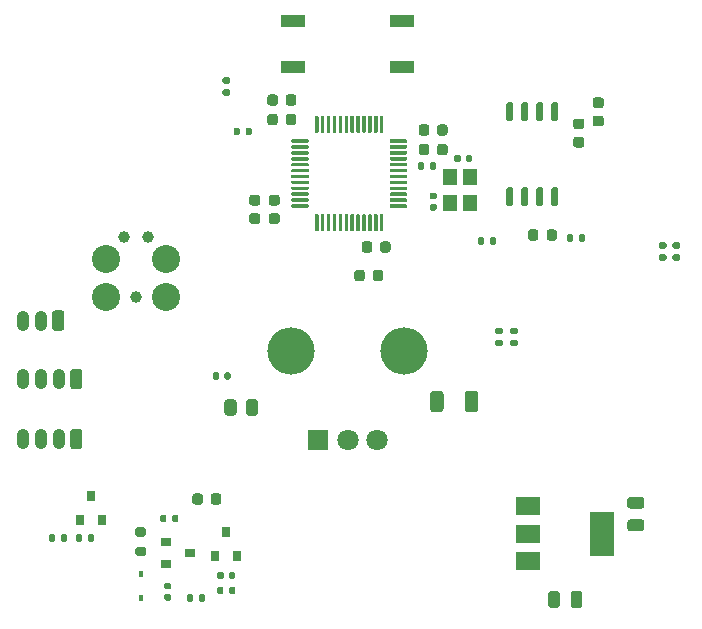
<source format=gbr>
%TF.GenerationSoftware,KiCad,Pcbnew,(5.1.9)-1*%
%TF.CreationDate,2024-04-03T16:53:24+03:00*%
%TF.ProjectId,jantteri_left,6a616e74-7465-4726-995f-6c6566742e6b,rev?*%
%TF.SameCoordinates,Original*%
%TF.FileFunction,Soldermask,Top*%
%TF.FilePolarity,Negative*%
%FSLAX46Y46*%
G04 Gerber Fmt 4.6, Leading zero omitted, Abs format (unit mm)*
G04 Created by KiCad (PCBNEW (5.1.9)-1) date 2024-04-03 16:53:24*
%MOMM*%
%LPD*%
G01*
G04 APERTURE LIST*
%ADD10R,2.000000X1.000000*%
%ADD11O,1.030000X1.730000*%
%ADD12C,2.374900*%
%ADD13C,0.990600*%
%ADD14R,2.000000X3.800000*%
%ADD15R,2.000000X1.500000*%
%ADD16R,1.200000X1.400000*%
%ADD17R,0.450000X0.600000*%
%ADD18R,0.800000X0.900000*%
%ADD19R,0.900000X0.800000*%
%ADD20O,4.000000X4.000000*%
%ADD21C,1.800000*%
%ADD22R,1.800000X1.800000*%
G04 APERTURE END LIST*
D10*
%TO.C,SW1*%
X165133999Y-40497386D03*
X155933999Y-40497386D03*
X155933999Y-44397386D03*
X165133999Y-44397386D03*
%TD*%
%TO.C,U2*%
G36*
G01*
X165557999Y-56088393D02*
X165557999Y-56238393D01*
G75*
G02*
X165482999Y-56313393I-75000J0D01*
G01*
X164157999Y-56313393D01*
G75*
G02*
X164082999Y-56238393I0J75000D01*
G01*
X164082999Y-56088393D01*
G75*
G02*
X164157999Y-56013393I75000J0D01*
G01*
X165482999Y-56013393D01*
G75*
G02*
X165557999Y-56088393I0J-75000D01*
G01*
G37*
G36*
G01*
X165557999Y-55588393D02*
X165557999Y-55738393D01*
G75*
G02*
X165482999Y-55813393I-75000J0D01*
G01*
X164157999Y-55813393D01*
G75*
G02*
X164082999Y-55738393I0J75000D01*
G01*
X164082999Y-55588393D01*
G75*
G02*
X164157999Y-55513393I75000J0D01*
G01*
X165482999Y-55513393D01*
G75*
G02*
X165557999Y-55588393I0J-75000D01*
G01*
G37*
G36*
G01*
X165557999Y-55088393D02*
X165557999Y-55238393D01*
G75*
G02*
X165482999Y-55313393I-75000J0D01*
G01*
X164157999Y-55313393D01*
G75*
G02*
X164082999Y-55238393I0J75000D01*
G01*
X164082999Y-55088393D01*
G75*
G02*
X164157999Y-55013393I75000J0D01*
G01*
X165482999Y-55013393D01*
G75*
G02*
X165557999Y-55088393I0J-75000D01*
G01*
G37*
G36*
G01*
X165557999Y-54588393D02*
X165557999Y-54738393D01*
G75*
G02*
X165482999Y-54813393I-75000J0D01*
G01*
X164157999Y-54813393D01*
G75*
G02*
X164082999Y-54738393I0J75000D01*
G01*
X164082999Y-54588393D01*
G75*
G02*
X164157999Y-54513393I75000J0D01*
G01*
X165482999Y-54513393D01*
G75*
G02*
X165557999Y-54588393I0J-75000D01*
G01*
G37*
G36*
G01*
X165557999Y-54088393D02*
X165557999Y-54238393D01*
G75*
G02*
X165482999Y-54313393I-75000J0D01*
G01*
X164157999Y-54313393D01*
G75*
G02*
X164082999Y-54238393I0J75000D01*
G01*
X164082999Y-54088393D01*
G75*
G02*
X164157999Y-54013393I75000J0D01*
G01*
X165482999Y-54013393D01*
G75*
G02*
X165557999Y-54088393I0J-75000D01*
G01*
G37*
G36*
G01*
X165557999Y-53588393D02*
X165557999Y-53738393D01*
G75*
G02*
X165482999Y-53813393I-75000J0D01*
G01*
X164157999Y-53813393D01*
G75*
G02*
X164082999Y-53738393I0J75000D01*
G01*
X164082999Y-53588393D01*
G75*
G02*
X164157999Y-53513393I75000J0D01*
G01*
X165482999Y-53513393D01*
G75*
G02*
X165557999Y-53588393I0J-75000D01*
G01*
G37*
G36*
G01*
X165557999Y-53088393D02*
X165557999Y-53238393D01*
G75*
G02*
X165482999Y-53313393I-75000J0D01*
G01*
X164157999Y-53313393D01*
G75*
G02*
X164082999Y-53238393I0J75000D01*
G01*
X164082999Y-53088393D01*
G75*
G02*
X164157999Y-53013393I75000J0D01*
G01*
X165482999Y-53013393D01*
G75*
G02*
X165557999Y-53088393I0J-75000D01*
G01*
G37*
G36*
G01*
X165557999Y-52588393D02*
X165557999Y-52738393D01*
G75*
G02*
X165482999Y-52813393I-75000J0D01*
G01*
X164157999Y-52813393D01*
G75*
G02*
X164082999Y-52738393I0J75000D01*
G01*
X164082999Y-52588393D01*
G75*
G02*
X164157999Y-52513393I75000J0D01*
G01*
X165482999Y-52513393D01*
G75*
G02*
X165557999Y-52588393I0J-75000D01*
G01*
G37*
G36*
G01*
X165557999Y-52088393D02*
X165557999Y-52238393D01*
G75*
G02*
X165482999Y-52313393I-75000J0D01*
G01*
X164157999Y-52313393D01*
G75*
G02*
X164082999Y-52238393I0J75000D01*
G01*
X164082999Y-52088393D01*
G75*
G02*
X164157999Y-52013393I75000J0D01*
G01*
X165482999Y-52013393D01*
G75*
G02*
X165557999Y-52088393I0J-75000D01*
G01*
G37*
G36*
G01*
X165557999Y-51588393D02*
X165557999Y-51738393D01*
G75*
G02*
X165482999Y-51813393I-75000J0D01*
G01*
X164157999Y-51813393D01*
G75*
G02*
X164082999Y-51738393I0J75000D01*
G01*
X164082999Y-51588393D01*
G75*
G02*
X164157999Y-51513393I75000J0D01*
G01*
X165482999Y-51513393D01*
G75*
G02*
X165557999Y-51588393I0J-75000D01*
G01*
G37*
G36*
G01*
X165557999Y-51088393D02*
X165557999Y-51238393D01*
G75*
G02*
X165482999Y-51313393I-75000J0D01*
G01*
X164157999Y-51313393D01*
G75*
G02*
X164082999Y-51238393I0J75000D01*
G01*
X164082999Y-51088393D01*
G75*
G02*
X164157999Y-51013393I75000J0D01*
G01*
X165482999Y-51013393D01*
G75*
G02*
X165557999Y-51088393I0J-75000D01*
G01*
G37*
G36*
G01*
X165557999Y-50588393D02*
X165557999Y-50738393D01*
G75*
G02*
X165482999Y-50813393I-75000J0D01*
G01*
X164157999Y-50813393D01*
G75*
G02*
X164082999Y-50738393I0J75000D01*
G01*
X164082999Y-50588393D01*
G75*
G02*
X164157999Y-50513393I75000J0D01*
G01*
X165482999Y-50513393D01*
G75*
G02*
X165557999Y-50588393I0J-75000D01*
G01*
G37*
G36*
G01*
X163557999Y-48588393D02*
X163557999Y-49913393D01*
G75*
G02*
X163482999Y-49988393I-75000J0D01*
G01*
X163332999Y-49988393D01*
G75*
G02*
X163257999Y-49913393I0J75000D01*
G01*
X163257999Y-48588393D01*
G75*
G02*
X163332999Y-48513393I75000J0D01*
G01*
X163482999Y-48513393D01*
G75*
G02*
X163557999Y-48588393I0J-75000D01*
G01*
G37*
G36*
G01*
X163057999Y-48588393D02*
X163057999Y-49913393D01*
G75*
G02*
X162982999Y-49988393I-75000J0D01*
G01*
X162832999Y-49988393D01*
G75*
G02*
X162757999Y-49913393I0J75000D01*
G01*
X162757999Y-48588393D01*
G75*
G02*
X162832999Y-48513393I75000J0D01*
G01*
X162982999Y-48513393D01*
G75*
G02*
X163057999Y-48588393I0J-75000D01*
G01*
G37*
G36*
G01*
X162557999Y-48588393D02*
X162557999Y-49913393D01*
G75*
G02*
X162482999Y-49988393I-75000J0D01*
G01*
X162332999Y-49988393D01*
G75*
G02*
X162257999Y-49913393I0J75000D01*
G01*
X162257999Y-48588393D01*
G75*
G02*
X162332999Y-48513393I75000J0D01*
G01*
X162482999Y-48513393D01*
G75*
G02*
X162557999Y-48588393I0J-75000D01*
G01*
G37*
G36*
G01*
X162057999Y-48588393D02*
X162057999Y-49913393D01*
G75*
G02*
X161982999Y-49988393I-75000J0D01*
G01*
X161832999Y-49988393D01*
G75*
G02*
X161757999Y-49913393I0J75000D01*
G01*
X161757999Y-48588393D01*
G75*
G02*
X161832999Y-48513393I75000J0D01*
G01*
X161982999Y-48513393D01*
G75*
G02*
X162057999Y-48588393I0J-75000D01*
G01*
G37*
G36*
G01*
X161557999Y-48588393D02*
X161557999Y-49913393D01*
G75*
G02*
X161482999Y-49988393I-75000J0D01*
G01*
X161332999Y-49988393D01*
G75*
G02*
X161257999Y-49913393I0J75000D01*
G01*
X161257999Y-48588393D01*
G75*
G02*
X161332999Y-48513393I75000J0D01*
G01*
X161482999Y-48513393D01*
G75*
G02*
X161557999Y-48588393I0J-75000D01*
G01*
G37*
G36*
G01*
X161057999Y-48588393D02*
X161057999Y-49913393D01*
G75*
G02*
X160982999Y-49988393I-75000J0D01*
G01*
X160832999Y-49988393D01*
G75*
G02*
X160757999Y-49913393I0J75000D01*
G01*
X160757999Y-48588393D01*
G75*
G02*
X160832999Y-48513393I75000J0D01*
G01*
X160982999Y-48513393D01*
G75*
G02*
X161057999Y-48588393I0J-75000D01*
G01*
G37*
G36*
G01*
X160557999Y-48588393D02*
X160557999Y-49913393D01*
G75*
G02*
X160482999Y-49988393I-75000J0D01*
G01*
X160332999Y-49988393D01*
G75*
G02*
X160257999Y-49913393I0J75000D01*
G01*
X160257999Y-48588393D01*
G75*
G02*
X160332999Y-48513393I75000J0D01*
G01*
X160482999Y-48513393D01*
G75*
G02*
X160557999Y-48588393I0J-75000D01*
G01*
G37*
G36*
G01*
X160057999Y-48588393D02*
X160057999Y-49913393D01*
G75*
G02*
X159982999Y-49988393I-75000J0D01*
G01*
X159832999Y-49988393D01*
G75*
G02*
X159757999Y-49913393I0J75000D01*
G01*
X159757999Y-48588393D01*
G75*
G02*
X159832999Y-48513393I75000J0D01*
G01*
X159982999Y-48513393D01*
G75*
G02*
X160057999Y-48588393I0J-75000D01*
G01*
G37*
G36*
G01*
X159557999Y-48588393D02*
X159557999Y-49913393D01*
G75*
G02*
X159482999Y-49988393I-75000J0D01*
G01*
X159332999Y-49988393D01*
G75*
G02*
X159257999Y-49913393I0J75000D01*
G01*
X159257999Y-48588393D01*
G75*
G02*
X159332999Y-48513393I75000J0D01*
G01*
X159482999Y-48513393D01*
G75*
G02*
X159557999Y-48588393I0J-75000D01*
G01*
G37*
G36*
G01*
X159057999Y-48588393D02*
X159057999Y-49913393D01*
G75*
G02*
X158982999Y-49988393I-75000J0D01*
G01*
X158832999Y-49988393D01*
G75*
G02*
X158757999Y-49913393I0J75000D01*
G01*
X158757999Y-48588393D01*
G75*
G02*
X158832999Y-48513393I75000J0D01*
G01*
X158982999Y-48513393D01*
G75*
G02*
X159057999Y-48588393I0J-75000D01*
G01*
G37*
G36*
G01*
X158557999Y-48588393D02*
X158557999Y-49913393D01*
G75*
G02*
X158482999Y-49988393I-75000J0D01*
G01*
X158332999Y-49988393D01*
G75*
G02*
X158257999Y-49913393I0J75000D01*
G01*
X158257999Y-48588393D01*
G75*
G02*
X158332999Y-48513393I75000J0D01*
G01*
X158482999Y-48513393D01*
G75*
G02*
X158557999Y-48588393I0J-75000D01*
G01*
G37*
G36*
G01*
X158057999Y-48588393D02*
X158057999Y-49913393D01*
G75*
G02*
X157982999Y-49988393I-75000J0D01*
G01*
X157832999Y-49988393D01*
G75*
G02*
X157757999Y-49913393I0J75000D01*
G01*
X157757999Y-48588393D01*
G75*
G02*
X157832999Y-48513393I75000J0D01*
G01*
X157982999Y-48513393D01*
G75*
G02*
X158057999Y-48588393I0J-75000D01*
G01*
G37*
G36*
G01*
X157232999Y-50588393D02*
X157232999Y-50738393D01*
G75*
G02*
X157157999Y-50813393I-75000J0D01*
G01*
X155832999Y-50813393D01*
G75*
G02*
X155757999Y-50738393I0J75000D01*
G01*
X155757999Y-50588393D01*
G75*
G02*
X155832999Y-50513393I75000J0D01*
G01*
X157157999Y-50513393D01*
G75*
G02*
X157232999Y-50588393I0J-75000D01*
G01*
G37*
G36*
G01*
X157232999Y-51088393D02*
X157232999Y-51238393D01*
G75*
G02*
X157157999Y-51313393I-75000J0D01*
G01*
X155832999Y-51313393D01*
G75*
G02*
X155757999Y-51238393I0J75000D01*
G01*
X155757999Y-51088393D01*
G75*
G02*
X155832999Y-51013393I75000J0D01*
G01*
X157157999Y-51013393D01*
G75*
G02*
X157232999Y-51088393I0J-75000D01*
G01*
G37*
G36*
G01*
X157232999Y-51588393D02*
X157232999Y-51738393D01*
G75*
G02*
X157157999Y-51813393I-75000J0D01*
G01*
X155832999Y-51813393D01*
G75*
G02*
X155757999Y-51738393I0J75000D01*
G01*
X155757999Y-51588393D01*
G75*
G02*
X155832999Y-51513393I75000J0D01*
G01*
X157157999Y-51513393D01*
G75*
G02*
X157232999Y-51588393I0J-75000D01*
G01*
G37*
G36*
G01*
X157232999Y-52088393D02*
X157232999Y-52238393D01*
G75*
G02*
X157157999Y-52313393I-75000J0D01*
G01*
X155832999Y-52313393D01*
G75*
G02*
X155757999Y-52238393I0J75000D01*
G01*
X155757999Y-52088393D01*
G75*
G02*
X155832999Y-52013393I75000J0D01*
G01*
X157157999Y-52013393D01*
G75*
G02*
X157232999Y-52088393I0J-75000D01*
G01*
G37*
G36*
G01*
X157232999Y-52588393D02*
X157232999Y-52738393D01*
G75*
G02*
X157157999Y-52813393I-75000J0D01*
G01*
X155832999Y-52813393D01*
G75*
G02*
X155757999Y-52738393I0J75000D01*
G01*
X155757999Y-52588393D01*
G75*
G02*
X155832999Y-52513393I75000J0D01*
G01*
X157157999Y-52513393D01*
G75*
G02*
X157232999Y-52588393I0J-75000D01*
G01*
G37*
G36*
G01*
X157232999Y-53088393D02*
X157232999Y-53238393D01*
G75*
G02*
X157157999Y-53313393I-75000J0D01*
G01*
X155832999Y-53313393D01*
G75*
G02*
X155757999Y-53238393I0J75000D01*
G01*
X155757999Y-53088393D01*
G75*
G02*
X155832999Y-53013393I75000J0D01*
G01*
X157157999Y-53013393D01*
G75*
G02*
X157232999Y-53088393I0J-75000D01*
G01*
G37*
G36*
G01*
X157232999Y-53588393D02*
X157232999Y-53738393D01*
G75*
G02*
X157157999Y-53813393I-75000J0D01*
G01*
X155832999Y-53813393D01*
G75*
G02*
X155757999Y-53738393I0J75000D01*
G01*
X155757999Y-53588393D01*
G75*
G02*
X155832999Y-53513393I75000J0D01*
G01*
X157157999Y-53513393D01*
G75*
G02*
X157232999Y-53588393I0J-75000D01*
G01*
G37*
G36*
G01*
X157232999Y-54088393D02*
X157232999Y-54238393D01*
G75*
G02*
X157157999Y-54313393I-75000J0D01*
G01*
X155832999Y-54313393D01*
G75*
G02*
X155757999Y-54238393I0J75000D01*
G01*
X155757999Y-54088393D01*
G75*
G02*
X155832999Y-54013393I75000J0D01*
G01*
X157157999Y-54013393D01*
G75*
G02*
X157232999Y-54088393I0J-75000D01*
G01*
G37*
G36*
G01*
X157232999Y-54588393D02*
X157232999Y-54738393D01*
G75*
G02*
X157157999Y-54813393I-75000J0D01*
G01*
X155832999Y-54813393D01*
G75*
G02*
X155757999Y-54738393I0J75000D01*
G01*
X155757999Y-54588393D01*
G75*
G02*
X155832999Y-54513393I75000J0D01*
G01*
X157157999Y-54513393D01*
G75*
G02*
X157232999Y-54588393I0J-75000D01*
G01*
G37*
G36*
G01*
X157232999Y-55088393D02*
X157232999Y-55238393D01*
G75*
G02*
X157157999Y-55313393I-75000J0D01*
G01*
X155832999Y-55313393D01*
G75*
G02*
X155757999Y-55238393I0J75000D01*
G01*
X155757999Y-55088393D01*
G75*
G02*
X155832999Y-55013393I75000J0D01*
G01*
X157157999Y-55013393D01*
G75*
G02*
X157232999Y-55088393I0J-75000D01*
G01*
G37*
G36*
G01*
X157232999Y-55588393D02*
X157232999Y-55738393D01*
G75*
G02*
X157157999Y-55813393I-75000J0D01*
G01*
X155832999Y-55813393D01*
G75*
G02*
X155757999Y-55738393I0J75000D01*
G01*
X155757999Y-55588393D01*
G75*
G02*
X155832999Y-55513393I75000J0D01*
G01*
X157157999Y-55513393D01*
G75*
G02*
X157232999Y-55588393I0J-75000D01*
G01*
G37*
G36*
G01*
X157232999Y-56088393D02*
X157232999Y-56238393D01*
G75*
G02*
X157157999Y-56313393I-75000J0D01*
G01*
X155832999Y-56313393D01*
G75*
G02*
X155757999Y-56238393I0J75000D01*
G01*
X155757999Y-56088393D01*
G75*
G02*
X155832999Y-56013393I75000J0D01*
G01*
X157157999Y-56013393D01*
G75*
G02*
X157232999Y-56088393I0J-75000D01*
G01*
G37*
G36*
G01*
X158057999Y-56913393D02*
X158057999Y-58238393D01*
G75*
G02*
X157982999Y-58313393I-75000J0D01*
G01*
X157832999Y-58313393D01*
G75*
G02*
X157757999Y-58238393I0J75000D01*
G01*
X157757999Y-56913393D01*
G75*
G02*
X157832999Y-56838393I75000J0D01*
G01*
X157982999Y-56838393D01*
G75*
G02*
X158057999Y-56913393I0J-75000D01*
G01*
G37*
G36*
G01*
X158557999Y-56913393D02*
X158557999Y-58238393D01*
G75*
G02*
X158482999Y-58313393I-75000J0D01*
G01*
X158332999Y-58313393D01*
G75*
G02*
X158257999Y-58238393I0J75000D01*
G01*
X158257999Y-56913393D01*
G75*
G02*
X158332999Y-56838393I75000J0D01*
G01*
X158482999Y-56838393D01*
G75*
G02*
X158557999Y-56913393I0J-75000D01*
G01*
G37*
G36*
G01*
X159057999Y-56913393D02*
X159057999Y-58238393D01*
G75*
G02*
X158982999Y-58313393I-75000J0D01*
G01*
X158832999Y-58313393D01*
G75*
G02*
X158757999Y-58238393I0J75000D01*
G01*
X158757999Y-56913393D01*
G75*
G02*
X158832999Y-56838393I75000J0D01*
G01*
X158982999Y-56838393D01*
G75*
G02*
X159057999Y-56913393I0J-75000D01*
G01*
G37*
G36*
G01*
X159557999Y-56913393D02*
X159557999Y-58238393D01*
G75*
G02*
X159482999Y-58313393I-75000J0D01*
G01*
X159332999Y-58313393D01*
G75*
G02*
X159257999Y-58238393I0J75000D01*
G01*
X159257999Y-56913393D01*
G75*
G02*
X159332999Y-56838393I75000J0D01*
G01*
X159482999Y-56838393D01*
G75*
G02*
X159557999Y-56913393I0J-75000D01*
G01*
G37*
G36*
G01*
X160057999Y-56913393D02*
X160057999Y-58238393D01*
G75*
G02*
X159982999Y-58313393I-75000J0D01*
G01*
X159832999Y-58313393D01*
G75*
G02*
X159757999Y-58238393I0J75000D01*
G01*
X159757999Y-56913393D01*
G75*
G02*
X159832999Y-56838393I75000J0D01*
G01*
X159982999Y-56838393D01*
G75*
G02*
X160057999Y-56913393I0J-75000D01*
G01*
G37*
G36*
G01*
X160557999Y-56913393D02*
X160557999Y-58238393D01*
G75*
G02*
X160482999Y-58313393I-75000J0D01*
G01*
X160332999Y-58313393D01*
G75*
G02*
X160257999Y-58238393I0J75000D01*
G01*
X160257999Y-56913393D01*
G75*
G02*
X160332999Y-56838393I75000J0D01*
G01*
X160482999Y-56838393D01*
G75*
G02*
X160557999Y-56913393I0J-75000D01*
G01*
G37*
G36*
G01*
X161057999Y-56913393D02*
X161057999Y-58238393D01*
G75*
G02*
X160982999Y-58313393I-75000J0D01*
G01*
X160832999Y-58313393D01*
G75*
G02*
X160757999Y-58238393I0J75000D01*
G01*
X160757999Y-56913393D01*
G75*
G02*
X160832999Y-56838393I75000J0D01*
G01*
X160982999Y-56838393D01*
G75*
G02*
X161057999Y-56913393I0J-75000D01*
G01*
G37*
G36*
G01*
X161557999Y-56913393D02*
X161557999Y-58238393D01*
G75*
G02*
X161482999Y-58313393I-75000J0D01*
G01*
X161332999Y-58313393D01*
G75*
G02*
X161257999Y-58238393I0J75000D01*
G01*
X161257999Y-56913393D01*
G75*
G02*
X161332999Y-56838393I75000J0D01*
G01*
X161482999Y-56838393D01*
G75*
G02*
X161557999Y-56913393I0J-75000D01*
G01*
G37*
G36*
G01*
X162057999Y-56913393D02*
X162057999Y-58238393D01*
G75*
G02*
X161982999Y-58313393I-75000J0D01*
G01*
X161832999Y-58313393D01*
G75*
G02*
X161757999Y-58238393I0J75000D01*
G01*
X161757999Y-56913393D01*
G75*
G02*
X161832999Y-56838393I75000J0D01*
G01*
X161982999Y-56838393D01*
G75*
G02*
X162057999Y-56913393I0J-75000D01*
G01*
G37*
G36*
G01*
X162557999Y-56913393D02*
X162557999Y-58238393D01*
G75*
G02*
X162482999Y-58313393I-75000J0D01*
G01*
X162332999Y-58313393D01*
G75*
G02*
X162257999Y-58238393I0J75000D01*
G01*
X162257999Y-56913393D01*
G75*
G02*
X162332999Y-56838393I75000J0D01*
G01*
X162482999Y-56838393D01*
G75*
G02*
X162557999Y-56913393I0J-75000D01*
G01*
G37*
G36*
G01*
X163057999Y-56913393D02*
X163057999Y-58238393D01*
G75*
G02*
X162982999Y-58313393I-75000J0D01*
G01*
X162832999Y-58313393D01*
G75*
G02*
X162757999Y-58238393I0J75000D01*
G01*
X162757999Y-56913393D01*
G75*
G02*
X162832999Y-56838393I75000J0D01*
G01*
X162982999Y-56838393D01*
G75*
G02*
X163057999Y-56913393I0J-75000D01*
G01*
G37*
G36*
G01*
X163557999Y-56913393D02*
X163557999Y-58238393D01*
G75*
G02*
X163482999Y-58313393I-75000J0D01*
G01*
X163332999Y-58313393D01*
G75*
G02*
X163257999Y-58238393I0J75000D01*
G01*
X163257999Y-56913393D01*
G75*
G02*
X163332999Y-56838393I75000J0D01*
G01*
X163482999Y-56838393D01*
G75*
G02*
X163557999Y-56913393I0J-75000D01*
G01*
G37*
%TD*%
%TO.C,C4*%
G36*
G01*
X171597999Y-72067392D02*
X171597999Y-73367394D01*
G75*
G02*
X171348000Y-73617393I-249999J0D01*
G01*
X170697998Y-73617393D01*
G75*
G02*
X170447999Y-73367394I0J249999D01*
G01*
X170447999Y-72067392D01*
G75*
G02*
X170697998Y-71817393I249999J0D01*
G01*
X171348000Y-71817393D01*
G75*
G02*
X171597999Y-72067392I0J-249999D01*
G01*
G37*
G36*
G01*
X168647999Y-72067392D02*
X168647999Y-73367394D01*
G75*
G02*
X168398000Y-73617393I-249999J0D01*
G01*
X167747998Y-73617393D01*
G75*
G02*
X167497999Y-73367394I0J249999D01*
G01*
X167497999Y-72067392D01*
G75*
G02*
X167747998Y-71817393I249999J0D01*
G01*
X168398000Y-71817393D01*
G75*
G02*
X168647999Y-72067392I0J-249999D01*
G01*
G37*
%TD*%
%TO.C,C5*%
G36*
G01*
X166544999Y-51631393D02*
X166544999Y-51131393D01*
G75*
G02*
X166769999Y-50906393I225000J0D01*
G01*
X167219999Y-50906393D01*
G75*
G02*
X167444999Y-51131393I0J-225000D01*
G01*
X167444999Y-51631393D01*
G75*
G02*
X167219999Y-51856393I-225000J0D01*
G01*
X166769999Y-51856393D01*
G75*
G02*
X166544999Y-51631393I0J225000D01*
G01*
G37*
G36*
G01*
X168094999Y-51631393D02*
X168094999Y-51131393D01*
G75*
G02*
X168319999Y-50906393I225000J0D01*
G01*
X168769999Y-50906393D01*
G75*
G02*
X168994999Y-51131393I0J-225000D01*
G01*
X168994999Y-51631393D01*
G75*
G02*
X168769999Y-51856393I-225000J0D01*
G01*
X168319999Y-51856393D01*
G75*
G02*
X168094999Y-51631393I0J225000D01*
G01*
G37*
%TD*%
%TO.C,C6*%
G36*
G01*
X166544999Y-49980393D02*
X166544999Y-49480393D01*
G75*
G02*
X166769999Y-49255393I225000J0D01*
G01*
X167219999Y-49255393D01*
G75*
G02*
X167444999Y-49480393I0J-225000D01*
G01*
X167444999Y-49980393D01*
G75*
G02*
X167219999Y-50205393I-225000J0D01*
G01*
X166769999Y-50205393D01*
G75*
G02*
X166544999Y-49980393I0J225000D01*
G01*
G37*
G36*
G01*
X168094999Y-49980393D02*
X168094999Y-49480393D01*
G75*
G02*
X168319999Y-49255393I225000J0D01*
G01*
X168769999Y-49255393D01*
G75*
G02*
X168994999Y-49480393I0J-225000D01*
G01*
X168994999Y-49980393D01*
G75*
G02*
X168769999Y-50205393I-225000J0D01*
G01*
X168319999Y-50205393D01*
G75*
G02*
X168094999Y-49980393I0J225000D01*
G01*
G37*
%TD*%
%TO.C,C7*%
G36*
G01*
X154617999Y-48591393D02*
X154617999Y-49091393D01*
G75*
G02*
X154392999Y-49316393I-225000J0D01*
G01*
X153942999Y-49316393D01*
G75*
G02*
X153717999Y-49091393I0J225000D01*
G01*
X153717999Y-48591393D01*
G75*
G02*
X153942999Y-48366393I225000J0D01*
G01*
X154392999Y-48366393D01*
G75*
G02*
X154617999Y-48591393I0J-225000D01*
G01*
G37*
G36*
G01*
X156167999Y-48591393D02*
X156167999Y-49091393D01*
G75*
G02*
X155942999Y-49316393I-225000J0D01*
G01*
X155492999Y-49316393D01*
G75*
G02*
X155267999Y-49091393I0J225000D01*
G01*
X155267999Y-48591393D01*
G75*
G02*
X155492999Y-48366393I225000J0D01*
G01*
X155942999Y-48366393D01*
G75*
G02*
X156167999Y-48591393I0J-225000D01*
G01*
G37*
%TD*%
%TO.C,C8*%
G36*
G01*
X156167999Y-46940393D02*
X156167999Y-47440393D01*
G75*
G02*
X155942999Y-47665393I-225000J0D01*
G01*
X155492999Y-47665393D01*
G75*
G02*
X155267999Y-47440393I0J225000D01*
G01*
X155267999Y-46940393D01*
G75*
G02*
X155492999Y-46715393I225000J0D01*
G01*
X155942999Y-46715393D01*
G75*
G02*
X156167999Y-46940393I0J-225000D01*
G01*
G37*
G36*
G01*
X154617999Y-46940393D02*
X154617999Y-47440393D01*
G75*
G02*
X154392999Y-47665393I-225000J0D01*
G01*
X153942999Y-47665393D01*
G75*
G02*
X153717999Y-47440393I0J225000D01*
G01*
X153717999Y-46940393D01*
G75*
G02*
X153942999Y-46715393I225000J0D01*
G01*
X154392999Y-46715393D01*
G75*
G02*
X154617999Y-46940393I0J-225000D01*
G01*
G37*
%TD*%
%TO.C,C9*%
G36*
G01*
X162618999Y-59386393D02*
X162618999Y-59886393D01*
G75*
G02*
X162393999Y-60111393I-225000J0D01*
G01*
X161943999Y-60111393D01*
G75*
G02*
X161718999Y-59886393I0J225000D01*
G01*
X161718999Y-59386393D01*
G75*
G02*
X161943999Y-59161393I225000J0D01*
G01*
X162393999Y-59161393D01*
G75*
G02*
X162618999Y-59386393I0J-225000D01*
G01*
G37*
G36*
G01*
X164168999Y-59386393D02*
X164168999Y-59886393D01*
G75*
G02*
X163943999Y-60111393I-225000J0D01*
G01*
X163493999Y-60111393D01*
G75*
G02*
X163268999Y-59886393I0J225000D01*
G01*
X163268999Y-59386393D01*
G75*
G02*
X163493999Y-59161393I225000J0D01*
G01*
X163943999Y-59161393D01*
G75*
G02*
X164168999Y-59386393I0J-225000D01*
G01*
G37*
%TD*%
%TO.C,C10*%
G36*
G01*
X163533999Y-61799393D02*
X163533999Y-62299393D01*
G75*
G02*
X163308999Y-62524393I-225000J0D01*
G01*
X162858999Y-62524393D01*
G75*
G02*
X162633999Y-62299393I0J225000D01*
G01*
X162633999Y-61799393D01*
G75*
G02*
X162858999Y-61574393I225000J0D01*
G01*
X163308999Y-61574393D01*
G75*
G02*
X163533999Y-61799393I0J-225000D01*
G01*
G37*
G36*
G01*
X161983999Y-61799393D02*
X161983999Y-62299393D01*
G75*
G02*
X161758999Y-62524393I-225000J0D01*
G01*
X161308999Y-62524393D01*
G75*
G02*
X161083999Y-62299393I0J225000D01*
G01*
X161083999Y-61799393D01*
G75*
G02*
X161308999Y-61574393I225000J0D01*
G01*
X161758999Y-61574393D01*
G75*
G02*
X161983999Y-61799393I0J-225000D01*
G01*
G37*
%TD*%
%TO.C,C11*%
G36*
G01*
X154557999Y-56123393D02*
X154057999Y-56123393D01*
G75*
G02*
X153832999Y-55898393I0J225000D01*
G01*
X153832999Y-55448393D01*
G75*
G02*
X154057999Y-55223393I225000J0D01*
G01*
X154557999Y-55223393D01*
G75*
G02*
X154782999Y-55448393I0J-225000D01*
G01*
X154782999Y-55898393D01*
G75*
G02*
X154557999Y-56123393I-225000J0D01*
G01*
G37*
G36*
G01*
X154557999Y-57673393D02*
X154057999Y-57673393D01*
G75*
G02*
X153832999Y-57448393I0J225000D01*
G01*
X153832999Y-56998393D01*
G75*
G02*
X154057999Y-56773393I225000J0D01*
G01*
X154557999Y-56773393D01*
G75*
G02*
X154782999Y-56998393I0J-225000D01*
G01*
X154782999Y-57448393D01*
G75*
G02*
X154557999Y-57673393I-225000J0D01*
G01*
G37*
%TD*%
%TO.C,C12*%
G36*
G01*
X152906999Y-56123393D02*
X152406999Y-56123393D01*
G75*
G02*
X152181999Y-55898393I0J225000D01*
G01*
X152181999Y-55448393D01*
G75*
G02*
X152406999Y-55223393I225000J0D01*
G01*
X152906999Y-55223393D01*
G75*
G02*
X153131999Y-55448393I0J-225000D01*
G01*
X153131999Y-55898393D01*
G75*
G02*
X152906999Y-56123393I-225000J0D01*
G01*
G37*
G36*
G01*
X152906999Y-57673393D02*
X152406999Y-57673393D01*
G75*
G02*
X152181999Y-57448393I0J225000D01*
G01*
X152181999Y-56998393D01*
G75*
G02*
X152406999Y-56773393I225000J0D01*
G01*
X152906999Y-56773393D01*
G75*
G02*
X153131999Y-56998393I0J-225000D01*
G01*
X153131999Y-57448393D01*
G75*
G02*
X152906999Y-57673393I-225000J0D01*
G01*
G37*
%TD*%
%TO.C,C13*%
G36*
G01*
X167599999Y-55038393D02*
X167939999Y-55038393D01*
G75*
G02*
X168079999Y-55178393I0J-140000D01*
G01*
X168079999Y-55458393D01*
G75*
G02*
X167939999Y-55598393I-140000J0D01*
G01*
X167599999Y-55598393D01*
G75*
G02*
X167459999Y-55458393I0J140000D01*
G01*
X167459999Y-55178393D01*
G75*
G02*
X167599999Y-55038393I140000J0D01*
G01*
G37*
G36*
G01*
X167599999Y-55998393D02*
X167939999Y-55998393D01*
G75*
G02*
X168079999Y-56138393I0J-140000D01*
G01*
X168079999Y-56418393D01*
G75*
G02*
X167939999Y-56558393I-140000J0D01*
G01*
X167599999Y-56558393D01*
G75*
G02*
X167459999Y-56418393I0J140000D01*
G01*
X167459999Y-56138393D01*
G75*
G02*
X167599999Y-55998393I140000J0D01*
G01*
G37*
%TD*%
%TO.C,C14*%
G36*
G01*
X169549999Y-52313393D02*
X169549999Y-51973393D01*
G75*
G02*
X169689999Y-51833393I140000J0D01*
G01*
X169969999Y-51833393D01*
G75*
G02*
X170109999Y-51973393I0J-140000D01*
G01*
X170109999Y-52313393D01*
G75*
G02*
X169969999Y-52453393I-140000J0D01*
G01*
X169689999Y-52453393D01*
G75*
G02*
X169549999Y-52313393I0J140000D01*
G01*
G37*
G36*
G01*
X170509999Y-52313393D02*
X170509999Y-51973393D01*
G75*
G02*
X170649999Y-51833393I140000J0D01*
G01*
X170929999Y-51833393D01*
G75*
G02*
X171069999Y-51973393I0J-140000D01*
G01*
X171069999Y-52313393D01*
G75*
G02*
X170929999Y-52453393I-140000J0D01*
G01*
X170649999Y-52453393D01*
G75*
G02*
X170509999Y-52313393I0J140000D01*
G01*
G37*
%TD*%
%TO.C,C1*%
G36*
G01*
X177495999Y-89956393D02*
X177495999Y-89006393D01*
G75*
G02*
X177745999Y-88756393I250000J0D01*
G01*
X178245999Y-88756393D01*
G75*
G02*
X178495999Y-89006393I0J-250000D01*
G01*
X178495999Y-89956393D01*
G75*
G02*
X178245999Y-90206393I-250000J0D01*
G01*
X177745999Y-90206393D01*
G75*
G02*
X177495999Y-89956393I0J250000D01*
G01*
G37*
G36*
G01*
X179395999Y-89956393D02*
X179395999Y-89006393D01*
G75*
G02*
X179645999Y-88756393I250000J0D01*
G01*
X180145999Y-88756393D01*
G75*
G02*
X180395999Y-89006393I0J-250000D01*
G01*
X180395999Y-89956393D01*
G75*
G02*
X180145999Y-90206393I-250000J0D01*
G01*
X179645999Y-90206393D01*
G75*
G02*
X179395999Y-89956393I0J250000D01*
G01*
G37*
%TD*%
%TO.C,C2*%
G36*
G01*
X184439999Y-80792393D02*
X185389999Y-80792393D01*
G75*
G02*
X185639999Y-81042393I0J-250000D01*
G01*
X185639999Y-81542393D01*
G75*
G02*
X185389999Y-81792393I-250000J0D01*
G01*
X184439999Y-81792393D01*
G75*
G02*
X184189999Y-81542393I0J250000D01*
G01*
X184189999Y-81042393D01*
G75*
G02*
X184439999Y-80792393I250000J0D01*
G01*
G37*
G36*
G01*
X184439999Y-82692393D02*
X185389999Y-82692393D01*
G75*
G02*
X185639999Y-82942393I0J-250000D01*
G01*
X185639999Y-83442393D01*
G75*
G02*
X185389999Y-83692393I-250000J0D01*
G01*
X184439999Y-83692393D01*
G75*
G02*
X184189999Y-83442393I0J250000D01*
G01*
X184189999Y-82942393D01*
G75*
G02*
X184439999Y-82692393I250000J0D01*
G01*
G37*
%TD*%
%TO.C,D1*%
G36*
G01*
X178240499Y-58364143D02*
X178240499Y-58876643D01*
G75*
G02*
X178021749Y-59095393I-218750J0D01*
G01*
X177584249Y-59095393D01*
G75*
G02*
X177365499Y-58876643I0J218750D01*
G01*
X177365499Y-58364143D01*
G75*
G02*
X177584249Y-58145393I218750J0D01*
G01*
X178021749Y-58145393D01*
G75*
G02*
X178240499Y-58364143I0J-218750D01*
G01*
G37*
G36*
G01*
X176665499Y-58364143D02*
X176665499Y-58876643D01*
G75*
G02*
X176446749Y-59095393I-218750J0D01*
G01*
X176009249Y-59095393D01*
G75*
G02*
X175790499Y-58876643I0J218750D01*
G01*
X175790499Y-58364143D01*
G75*
G02*
X176009249Y-58145393I218750J0D01*
G01*
X176446749Y-58145393D01*
G75*
G02*
X176665499Y-58364143I0J-218750D01*
G01*
G37*
%TD*%
%TO.C,J5*%
G36*
G01*
X138058999Y-75277392D02*
X138058999Y-76507394D01*
G75*
G02*
X137809000Y-76757393I-249999J0D01*
G01*
X137278998Y-76757393D01*
G75*
G02*
X137028999Y-76507394I0J249999D01*
G01*
X137028999Y-75277392D01*
G75*
G02*
X137278998Y-75027393I249999J0D01*
G01*
X137809000Y-75027393D01*
G75*
G02*
X138058999Y-75277392I0J-249999D01*
G01*
G37*
D11*
X136043999Y-75892393D03*
X134543999Y-75892393D03*
X133043999Y-75892393D03*
%TD*%
%TO.C,J4*%
X133043999Y-70812393D03*
X134543999Y-70812393D03*
X136043999Y-70812393D03*
G36*
G01*
X138058999Y-70197392D02*
X138058999Y-71427394D01*
G75*
G02*
X137809000Y-71677393I-249999J0D01*
G01*
X137278998Y-71677393D01*
G75*
G02*
X137028999Y-71427394I0J249999D01*
G01*
X137028999Y-70197392D01*
G75*
G02*
X137278998Y-69947393I249999J0D01*
G01*
X137809000Y-69947393D01*
G75*
G02*
X138058999Y-70197392I0J-249999D01*
G01*
G37*
%TD*%
D12*
%TO.C,J3*%
X140083999Y-63827393D03*
X145163999Y-63827393D03*
X145163999Y-60652393D03*
X140083999Y-60652393D03*
D13*
X143639999Y-58747393D03*
X141607999Y-58747393D03*
X142623999Y-63827393D03*
%TD*%
%TO.C,R6*%
G36*
G01*
X167501999Y-52963393D02*
X167501999Y-52593393D01*
G75*
G02*
X167636999Y-52458393I135000J0D01*
G01*
X167906999Y-52458393D01*
G75*
G02*
X168041999Y-52593393I0J-135000D01*
G01*
X168041999Y-52963393D01*
G75*
G02*
X167906999Y-53098393I-135000J0D01*
G01*
X167636999Y-53098393D01*
G75*
G02*
X167501999Y-52963393I0J135000D01*
G01*
G37*
G36*
G01*
X166481999Y-52963393D02*
X166481999Y-52593393D01*
G75*
G02*
X166616999Y-52458393I135000J0D01*
G01*
X166886999Y-52458393D01*
G75*
G02*
X167021999Y-52593393I0J-135000D01*
G01*
X167021999Y-52963393D01*
G75*
G02*
X166886999Y-53098393I-135000J0D01*
G01*
X166616999Y-53098393D01*
G75*
G02*
X166481999Y-52963393I0J135000D01*
G01*
G37*
%TD*%
%TO.C,R7*%
G36*
G01*
X179594999Y-58689393D02*
X179594999Y-59059393D01*
G75*
G02*
X179459999Y-59194393I-135000J0D01*
G01*
X179189999Y-59194393D01*
G75*
G02*
X179054999Y-59059393I0J135000D01*
G01*
X179054999Y-58689393D01*
G75*
G02*
X179189999Y-58554393I135000J0D01*
G01*
X179459999Y-58554393D01*
G75*
G02*
X179594999Y-58689393I0J-135000D01*
G01*
G37*
G36*
G01*
X180614999Y-58689393D02*
X180614999Y-59059393D01*
G75*
G02*
X180479999Y-59194393I-135000J0D01*
G01*
X180209999Y-59194393D01*
G75*
G02*
X180074999Y-59059393I0J135000D01*
G01*
X180074999Y-58689393D01*
G75*
G02*
X180209999Y-58554393I135000J0D01*
G01*
X180479999Y-58554393D01*
G75*
G02*
X180614999Y-58689393I0J-135000D01*
G01*
G37*
%TD*%
%TO.C,R8*%
G36*
G01*
X172579999Y-59313393D02*
X172579999Y-58943393D01*
G75*
G02*
X172714999Y-58808393I135000J0D01*
G01*
X172984999Y-58808393D01*
G75*
G02*
X173119999Y-58943393I0J-135000D01*
G01*
X173119999Y-59313393D01*
G75*
G02*
X172984999Y-59448393I-135000J0D01*
G01*
X172714999Y-59448393D01*
G75*
G02*
X172579999Y-59313393I0J135000D01*
G01*
G37*
G36*
G01*
X171559999Y-59313393D02*
X171559999Y-58943393D01*
G75*
G02*
X171694999Y-58808393I135000J0D01*
G01*
X171964999Y-58808393D01*
G75*
G02*
X172099999Y-58943393I0J-135000D01*
G01*
X172099999Y-59313393D01*
G75*
G02*
X171964999Y-59448393I-135000J0D01*
G01*
X171694999Y-59448393D01*
G75*
G02*
X171559999Y-59313393I0J135000D01*
G01*
G37*
%TD*%
%TO.C,R9*%
G36*
G01*
X150428999Y-46825393D02*
X150058999Y-46825393D01*
G75*
G02*
X149923999Y-46690393I0J135000D01*
G01*
X149923999Y-46420393D01*
G75*
G02*
X150058999Y-46285393I135000J0D01*
G01*
X150428999Y-46285393D01*
G75*
G02*
X150563999Y-46420393I0J-135000D01*
G01*
X150563999Y-46690393D01*
G75*
G02*
X150428999Y-46825393I-135000J0D01*
G01*
G37*
G36*
G01*
X150428999Y-45805393D02*
X150058999Y-45805393D01*
G75*
G02*
X149923999Y-45670393I0J135000D01*
G01*
X149923999Y-45400393D01*
G75*
G02*
X150058999Y-45265393I135000J0D01*
G01*
X150428999Y-45265393D01*
G75*
G02*
X150563999Y-45400393I0J-135000D01*
G01*
X150563999Y-45670393D01*
G75*
G02*
X150428999Y-45805393I-135000J0D01*
G01*
G37*
%TD*%
%TO.C,R5*%
G36*
G01*
X150088999Y-73675394D02*
X150088999Y-72775392D01*
G75*
G02*
X150338998Y-72525393I249999J0D01*
G01*
X150864000Y-72525393D01*
G75*
G02*
X151113999Y-72775392I0J-249999D01*
G01*
X151113999Y-73675394D01*
G75*
G02*
X150864000Y-73925393I-249999J0D01*
G01*
X150338998Y-73925393D01*
G75*
G02*
X150088999Y-73675394I0J249999D01*
G01*
G37*
G36*
G01*
X151913999Y-73675394D02*
X151913999Y-72775392D01*
G75*
G02*
X152163998Y-72525393I249999J0D01*
G01*
X152689000Y-72525393D01*
G75*
G02*
X152938999Y-72775392I0J-249999D01*
G01*
X152938999Y-73675394D01*
G75*
G02*
X152689000Y-73925393I-249999J0D01*
G01*
X152163998Y-73925393D01*
G75*
G02*
X151913999Y-73675394I0J249999D01*
G01*
G37*
%TD*%
D14*
%TO.C,U1*%
X182095999Y-83893393D03*
D15*
X175795999Y-83893393D03*
X175795999Y-86193393D03*
X175795999Y-81593393D03*
%TD*%
D16*
%TO.C,Y1*%
X170905999Y-55910393D03*
X170905999Y-53710393D03*
X169205999Y-53710393D03*
X169205999Y-55910393D03*
%TD*%
%TO.C,C3*%
G36*
G01*
X150622999Y-70388393D02*
X150622999Y-70728393D01*
G75*
G02*
X150482999Y-70868393I-140000J0D01*
G01*
X150202999Y-70868393D01*
G75*
G02*
X150062999Y-70728393I0J140000D01*
G01*
X150062999Y-70388393D01*
G75*
G02*
X150202999Y-70248393I140000J0D01*
G01*
X150482999Y-70248393D01*
G75*
G02*
X150622999Y-70388393I0J-140000D01*
G01*
G37*
G36*
G01*
X149662999Y-70388393D02*
X149662999Y-70728393D01*
G75*
G02*
X149522999Y-70868393I-140000J0D01*
G01*
X149242999Y-70868393D01*
G75*
G02*
X149102999Y-70728393I0J140000D01*
G01*
X149102999Y-70388393D01*
G75*
G02*
X149242999Y-70248393I140000J0D01*
G01*
X149522999Y-70248393D01*
G75*
G02*
X149662999Y-70388393I0J-140000D01*
G01*
G37*
%TD*%
%TO.C,C17*%
G36*
G01*
X150043999Y-87279393D02*
X150043999Y-87619393D01*
G75*
G02*
X149903999Y-87759393I-140000J0D01*
G01*
X149623999Y-87759393D01*
G75*
G02*
X149483999Y-87619393I0J140000D01*
G01*
X149483999Y-87279393D01*
G75*
G02*
X149623999Y-87139393I140000J0D01*
G01*
X149903999Y-87139393D01*
G75*
G02*
X150043999Y-87279393I0J-140000D01*
G01*
G37*
G36*
G01*
X151003999Y-87279393D02*
X151003999Y-87619393D01*
G75*
G02*
X150863999Y-87759393I-140000J0D01*
G01*
X150583999Y-87759393D01*
G75*
G02*
X150443999Y-87619393I0J140000D01*
G01*
X150443999Y-87279393D01*
G75*
G02*
X150583999Y-87139393I140000J0D01*
G01*
X150863999Y-87139393D01*
G75*
G02*
X151003999Y-87279393I0J-140000D01*
G01*
G37*
%TD*%
%TO.C,C18*%
G36*
G01*
X145460999Y-89578393D02*
X145120999Y-89578393D01*
G75*
G02*
X144980999Y-89438393I0J140000D01*
G01*
X144980999Y-89158393D01*
G75*
G02*
X145120999Y-89018393I140000J0D01*
G01*
X145460999Y-89018393D01*
G75*
G02*
X145600999Y-89158393I0J-140000D01*
G01*
X145600999Y-89438393D01*
G75*
G02*
X145460999Y-89578393I-140000J0D01*
G01*
G37*
G36*
G01*
X145460999Y-88618393D02*
X145120999Y-88618393D01*
G75*
G02*
X144980999Y-88478393I0J140000D01*
G01*
X144980999Y-88198393D01*
G75*
G02*
X145120999Y-88058393I140000J0D01*
G01*
X145460999Y-88058393D01*
G75*
G02*
X145600999Y-88198393I0J-140000D01*
G01*
X145600999Y-88478393D01*
G75*
G02*
X145460999Y-88618393I-140000J0D01*
G01*
G37*
%TD*%
%TO.C,C19*%
G36*
G01*
X149817999Y-80722393D02*
X149817999Y-81222393D01*
G75*
G02*
X149592999Y-81447393I-225000J0D01*
G01*
X149142999Y-81447393D01*
G75*
G02*
X148917999Y-81222393I0J225000D01*
G01*
X148917999Y-80722393D01*
G75*
G02*
X149142999Y-80497393I225000J0D01*
G01*
X149592999Y-80497393D01*
G75*
G02*
X149817999Y-80722393I0J-225000D01*
G01*
G37*
G36*
G01*
X148267999Y-80722393D02*
X148267999Y-81222393D01*
G75*
G02*
X148042999Y-81447393I-225000J0D01*
G01*
X147592999Y-81447393D01*
G75*
G02*
X147367999Y-81222393I0J225000D01*
G01*
X147367999Y-80722393D01*
G75*
G02*
X147592999Y-80497393I225000J0D01*
G01*
X148042999Y-80497393D01*
G75*
G02*
X148267999Y-80722393I0J-225000D01*
G01*
G37*
%TD*%
D17*
%TO.C,D3*%
X143004999Y-89388393D03*
X143004999Y-87288393D03*
%TD*%
%TO.C,J2*%
G36*
G01*
X136534999Y-65244392D02*
X136534999Y-66474394D01*
G75*
G02*
X136285000Y-66724393I-249999J0D01*
G01*
X135754998Y-66724393D01*
G75*
G02*
X135504999Y-66474394I0J249999D01*
G01*
X135504999Y-65244392D01*
G75*
G02*
X135754998Y-64994393I249999J0D01*
G01*
X136285000Y-64994393D01*
G75*
G02*
X136534999Y-65244392I0J-249999D01*
G01*
G37*
D11*
X134519999Y-65859393D03*
X133019999Y-65859393D03*
%TD*%
D18*
%TO.C,Q1*%
X137863999Y-82734393D03*
X139763999Y-82734393D03*
X138813999Y-80734393D03*
%TD*%
%TO.C,Q2*%
X149293999Y-85782393D03*
X151193999Y-85782393D03*
X150243999Y-83782393D03*
%TD*%
D19*
%TO.C,Q3*%
X147179999Y-85544393D03*
X145179999Y-86494393D03*
X145179999Y-84594393D03*
%TD*%
%TO.C,R1*%
G36*
G01*
X137525999Y-84459393D02*
X137525999Y-84089393D01*
G75*
G02*
X137660999Y-83954393I135000J0D01*
G01*
X137930999Y-83954393D01*
G75*
G02*
X138065999Y-84089393I0J-135000D01*
G01*
X138065999Y-84459393D01*
G75*
G02*
X137930999Y-84594393I-135000J0D01*
G01*
X137660999Y-84594393D01*
G75*
G02*
X137525999Y-84459393I0J135000D01*
G01*
G37*
G36*
G01*
X138545999Y-84459393D02*
X138545999Y-84089393D01*
G75*
G02*
X138680999Y-83954393I135000J0D01*
G01*
X138950999Y-83954393D01*
G75*
G02*
X139085999Y-84089393I0J-135000D01*
G01*
X139085999Y-84459393D01*
G75*
G02*
X138950999Y-84594393I-135000J0D01*
G01*
X138680999Y-84594393D01*
G75*
G02*
X138545999Y-84459393I0J135000D01*
G01*
G37*
%TD*%
%TO.C,R2*%
G36*
G01*
X136259999Y-84459393D02*
X136259999Y-84089393D01*
G75*
G02*
X136394999Y-83954393I135000J0D01*
G01*
X136664999Y-83954393D01*
G75*
G02*
X136799999Y-84089393I0J-135000D01*
G01*
X136799999Y-84459393D01*
G75*
G02*
X136664999Y-84594393I-135000J0D01*
G01*
X136394999Y-84594393D01*
G75*
G02*
X136259999Y-84459393I0J135000D01*
G01*
G37*
G36*
G01*
X135239999Y-84459393D02*
X135239999Y-84089393D01*
G75*
G02*
X135374999Y-83954393I135000J0D01*
G01*
X135644999Y-83954393D01*
G75*
G02*
X135779999Y-84089393I0J-135000D01*
G01*
X135779999Y-84459393D01*
G75*
G02*
X135644999Y-84594393I-135000J0D01*
G01*
X135374999Y-84594393D01*
G75*
G02*
X135239999Y-84459393I0J135000D01*
G01*
G37*
%TD*%
%TO.C,R3*%
G36*
G01*
X188158999Y-59237393D02*
X188528999Y-59237393D01*
G75*
G02*
X188663999Y-59372393I0J-135000D01*
G01*
X188663999Y-59642393D01*
G75*
G02*
X188528999Y-59777393I-135000J0D01*
G01*
X188158999Y-59777393D01*
G75*
G02*
X188023999Y-59642393I0J135000D01*
G01*
X188023999Y-59372393D01*
G75*
G02*
X188158999Y-59237393I135000J0D01*
G01*
G37*
G36*
G01*
X188158999Y-60257393D02*
X188528999Y-60257393D01*
G75*
G02*
X188663999Y-60392393I0J-135000D01*
G01*
X188663999Y-60662393D01*
G75*
G02*
X188528999Y-60797393I-135000J0D01*
G01*
X188158999Y-60797393D01*
G75*
G02*
X188023999Y-60662393I0J135000D01*
G01*
X188023999Y-60392393D01*
G75*
G02*
X188158999Y-60257393I135000J0D01*
G01*
G37*
%TD*%
%TO.C,R4*%
G36*
G01*
X187385999Y-59777393D02*
X187015999Y-59777393D01*
G75*
G02*
X186880999Y-59642393I0J135000D01*
G01*
X186880999Y-59372393D01*
G75*
G02*
X187015999Y-59237393I135000J0D01*
G01*
X187385999Y-59237393D01*
G75*
G02*
X187520999Y-59372393I0J-135000D01*
G01*
X187520999Y-59642393D01*
G75*
G02*
X187385999Y-59777393I-135000J0D01*
G01*
G37*
G36*
G01*
X187385999Y-60797393D02*
X187015999Y-60797393D01*
G75*
G02*
X186880999Y-60662393I0J135000D01*
G01*
X186880999Y-60392393D01*
G75*
G02*
X187015999Y-60257393I135000J0D01*
G01*
X187385999Y-60257393D01*
G75*
G02*
X187520999Y-60392393I0J-135000D01*
G01*
X187520999Y-60662393D01*
G75*
G02*
X187385999Y-60797393I-135000J0D01*
G01*
G37*
%TD*%
%TO.C,R10*%
G36*
G01*
X150483999Y-88904393D02*
X150483999Y-88534393D01*
G75*
G02*
X150618999Y-88399393I135000J0D01*
G01*
X150888999Y-88399393D01*
G75*
G02*
X151023999Y-88534393I0J-135000D01*
G01*
X151023999Y-88904393D01*
G75*
G02*
X150888999Y-89039393I-135000J0D01*
G01*
X150618999Y-89039393D01*
G75*
G02*
X150483999Y-88904393I0J135000D01*
G01*
G37*
G36*
G01*
X149463999Y-88904393D02*
X149463999Y-88534393D01*
G75*
G02*
X149598999Y-88399393I135000J0D01*
G01*
X149868999Y-88399393D01*
G75*
G02*
X150003999Y-88534393I0J-135000D01*
G01*
X150003999Y-88904393D01*
G75*
G02*
X149868999Y-89039393I-135000J0D01*
G01*
X149598999Y-89039393D01*
G75*
G02*
X149463999Y-88904393I0J135000D01*
G01*
G37*
%TD*%
%TO.C,R11*%
G36*
G01*
X146923999Y-89539393D02*
X146923999Y-89169393D01*
G75*
G02*
X147058999Y-89034393I135000J0D01*
G01*
X147328999Y-89034393D01*
G75*
G02*
X147463999Y-89169393I0J-135000D01*
G01*
X147463999Y-89539393D01*
G75*
G02*
X147328999Y-89674393I-135000J0D01*
G01*
X147058999Y-89674393D01*
G75*
G02*
X146923999Y-89539393I0J135000D01*
G01*
G37*
G36*
G01*
X147943999Y-89539393D02*
X147943999Y-89169393D01*
G75*
G02*
X148078999Y-89034393I135000J0D01*
G01*
X148348999Y-89034393D01*
G75*
G02*
X148483999Y-89169393I0J-135000D01*
G01*
X148483999Y-89539393D01*
G75*
G02*
X148348999Y-89674393I-135000J0D01*
G01*
X148078999Y-89674393D01*
G75*
G02*
X147943999Y-89539393I0J135000D01*
G01*
G37*
%TD*%
%TO.C,R12*%
G36*
G01*
X144637999Y-82808393D02*
X144637999Y-82438393D01*
G75*
G02*
X144772999Y-82303393I135000J0D01*
G01*
X145042999Y-82303393D01*
G75*
G02*
X145177999Y-82438393I0J-135000D01*
G01*
X145177999Y-82808393D01*
G75*
G02*
X145042999Y-82943393I-135000J0D01*
G01*
X144772999Y-82943393D01*
G75*
G02*
X144637999Y-82808393I0J135000D01*
G01*
G37*
G36*
G01*
X145657999Y-82808393D02*
X145657999Y-82438393D01*
G75*
G02*
X145792999Y-82303393I135000J0D01*
G01*
X146062999Y-82303393D01*
G75*
G02*
X146197999Y-82438393I0J-135000D01*
G01*
X146197999Y-82808393D01*
G75*
G02*
X146062999Y-82943393I-135000J0D01*
G01*
X145792999Y-82943393D01*
G75*
G02*
X145657999Y-82808393I0J135000D01*
G01*
G37*
%TD*%
%TO.C,R13*%
G36*
G01*
X143279999Y-85817393D02*
X142729999Y-85817393D01*
G75*
G02*
X142529999Y-85617393I0J200000D01*
G01*
X142529999Y-85217393D01*
G75*
G02*
X142729999Y-85017393I200000J0D01*
G01*
X143279999Y-85017393D01*
G75*
G02*
X143479999Y-85217393I0J-200000D01*
G01*
X143479999Y-85617393D01*
G75*
G02*
X143279999Y-85817393I-200000J0D01*
G01*
G37*
G36*
G01*
X143279999Y-84167393D02*
X142729999Y-84167393D01*
G75*
G02*
X142529999Y-83967393I0J200000D01*
G01*
X142529999Y-83567393D01*
G75*
G02*
X142729999Y-83367393I200000J0D01*
G01*
X143279999Y-83367393D01*
G75*
G02*
X143479999Y-83567393I0J-200000D01*
G01*
X143479999Y-83967393D01*
G75*
G02*
X143279999Y-84167393I-200000J0D01*
G01*
G37*
%TD*%
D20*
%TO.C,RV1*%
X165266399Y-68443193D03*
X155766399Y-68443193D03*
D21*
X163016399Y-75943193D03*
X160516399Y-75943193D03*
D22*
X158016399Y-75943193D03*
%TD*%
%TO.C,C20*%
G36*
G01*
X181989999Y-47868393D02*
X181489999Y-47868393D01*
G75*
G02*
X181264999Y-47643393I0J225000D01*
G01*
X181264999Y-47193393D01*
G75*
G02*
X181489999Y-46968393I225000J0D01*
G01*
X181989999Y-46968393D01*
G75*
G02*
X182214999Y-47193393I0J-225000D01*
G01*
X182214999Y-47643393D01*
G75*
G02*
X181989999Y-47868393I-225000J0D01*
G01*
G37*
G36*
G01*
X181989999Y-49418393D02*
X181489999Y-49418393D01*
G75*
G02*
X181264999Y-49193393I0J225000D01*
G01*
X181264999Y-48743393D01*
G75*
G02*
X181489999Y-48518393I225000J0D01*
G01*
X181989999Y-48518393D01*
G75*
G02*
X182214999Y-48743393I0J-225000D01*
G01*
X182214999Y-49193393D01*
G75*
G02*
X181989999Y-49418393I-225000J0D01*
G01*
G37*
%TD*%
%TO.C,C21*%
G36*
G01*
X179838999Y-48759393D02*
X180338999Y-48759393D01*
G75*
G02*
X180563999Y-48984393I0J-225000D01*
G01*
X180563999Y-49434393D01*
G75*
G02*
X180338999Y-49659393I-225000J0D01*
G01*
X179838999Y-49659393D01*
G75*
G02*
X179613999Y-49434393I0J225000D01*
G01*
X179613999Y-48984393D01*
G75*
G02*
X179838999Y-48759393I225000J0D01*
G01*
G37*
G36*
G01*
X179838999Y-50309393D02*
X180338999Y-50309393D01*
G75*
G02*
X180563999Y-50534393I0J-225000D01*
G01*
X180563999Y-50984393D01*
G75*
G02*
X180338999Y-51209393I-225000J0D01*
G01*
X179838999Y-51209393D01*
G75*
G02*
X179613999Y-50984393I0J225000D01*
G01*
X179613999Y-50534393D01*
G75*
G02*
X179838999Y-50309393I225000J0D01*
G01*
G37*
%TD*%
%TO.C,U4*%
G36*
G01*
X174396999Y-56162393D02*
X174096999Y-56162393D01*
G75*
G02*
X173946999Y-56012393I0J150000D01*
G01*
X173946999Y-54712393D01*
G75*
G02*
X174096999Y-54562393I150000J0D01*
G01*
X174396999Y-54562393D01*
G75*
G02*
X174546999Y-54712393I0J-150000D01*
G01*
X174546999Y-56012393D01*
G75*
G02*
X174396999Y-56162393I-150000J0D01*
G01*
G37*
G36*
G01*
X175666999Y-56162393D02*
X175366999Y-56162393D01*
G75*
G02*
X175216999Y-56012393I0J150000D01*
G01*
X175216999Y-54712393D01*
G75*
G02*
X175366999Y-54562393I150000J0D01*
G01*
X175666999Y-54562393D01*
G75*
G02*
X175816999Y-54712393I0J-150000D01*
G01*
X175816999Y-56012393D01*
G75*
G02*
X175666999Y-56162393I-150000J0D01*
G01*
G37*
G36*
G01*
X176936999Y-56162393D02*
X176636999Y-56162393D01*
G75*
G02*
X176486999Y-56012393I0J150000D01*
G01*
X176486999Y-54712393D01*
G75*
G02*
X176636999Y-54562393I150000J0D01*
G01*
X176936999Y-54562393D01*
G75*
G02*
X177086999Y-54712393I0J-150000D01*
G01*
X177086999Y-56012393D01*
G75*
G02*
X176936999Y-56162393I-150000J0D01*
G01*
G37*
G36*
G01*
X178206999Y-56162393D02*
X177906999Y-56162393D01*
G75*
G02*
X177756999Y-56012393I0J150000D01*
G01*
X177756999Y-54712393D01*
G75*
G02*
X177906999Y-54562393I150000J0D01*
G01*
X178206999Y-54562393D01*
G75*
G02*
X178356999Y-54712393I0J-150000D01*
G01*
X178356999Y-56012393D01*
G75*
G02*
X178206999Y-56162393I-150000J0D01*
G01*
G37*
G36*
G01*
X178206999Y-48962393D02*
X177906999Y-48962393D01*
G75*
G02*
X177756999Y-48812393I0J150000D01*
G01*
X177756999Y-47512393D01*
G75*
G02*
X177906999Y-47362393I150000J0D01*
G01*
X178206999Y-47362393D01*
G75*
G02*
X178356999Y-47512393I0J-150000D01*
G01*
X178356999Y-48812393D01*
G75*
G02*
X178206999Y-48962393I-150000J0D01*
G01*
G37*
G36*
G01*
X176936999Y-48962393D02*
X176636999Y-48962393D01*
G75*
G02*
X176486999Y-48812393I0J150000D01*
G01*
X176486999Y-47512393D01*
G75*
G02*
X176636999Y-47362393I150000J0D01*
G01*
X176936999Y-47362393D01*
G75*
G02*
X177086999Y-47512393I0J-150000D01*
G01*
X177086999Y-48812393D01*
G75*
G02*
X176936999Y-48962393I-150000J0D01*
G01*
G37*
G36*
G01*
X175666999Y-48962393D02*
X175366999Y-48962393D01*
G75*
G02*
X175216999Y-48812393I0J150000D01*
G01*
X175216999Y-47512393D01*
G75*
G02*
X175366999Y-47362393I150000J0D01*
G01*
X175666999Y-47362393D01*
G75*
G02*
X175816999Y-47512393I0J-150000D01*
G01*
X175816999Y-48812393D01*
G75*
G02*
X175666999Y-48962393I-150000J0D01*
G01*
G37*
G36*
G01*
X174396999Y-48962393D02*
X174096999Y-48962393D01*
G75*
G02*
X173946999Y-48812393I0J150000D01*
G01*
X173946999Y-47512393D01*
G75*
G02*
X174096999Y-47362393I150000J0D01*
G01*
X174396999Y-47362393D01*
G75*
G02*
X174546999Y-47512393I0J-150000D01*
G01*
X174546999Y-48812393D01*
G75*
G02*
X174396999Y-48962393I-150000J0D01*
G01*
G37*
%TD*%
%TO.C,R14*%
G36*
G01*
X173542999Y-67014393D02*
X173172999Y-67014393D01*
G75*
G02*
X173037999Y-66879393I0J135000D01*
G01*
X173037999Y-66609393D01*
G75*
G02*
X173172999Y-66474393I135000J0D01*
G01*
X173542999Y-66474393D01*
G75*
G02*
X173677999Y-66609393I0J-135000D01*
G01*
X173677999Y-66879393D01*
G75*
G02*
X173542999Y-67014393I-135000J0D01*
G01*
G37*
G36*
G01*
X173542999Y-68034393D02*
X173172999Y-68034393D01*
G75*
G02*
X173037999Y-67899393I0J135000D01*
G01*
X173037999Y-67629393D01*
G75*
G02*
X173172999Y-67494393I135000J0D01*
G01*
X173542999Y-67494393D01*
G75*
G02*
X173677999Y-67629393I0J-135000D01*
G01*
X173677999Y-67899393D01*
G75*
G02*
X173542999Y-68034393I-135000J0D01*
G01*
G37*
%TD*%
%TO.C,R15*%
G36*
G01*
X174812999Y-67014393D02*
X174442999Y-67014393D01*
G75*
G02*
X174307999Y-66879393I0J135000D01*
G01*
X174307999Y-66609393D01*
G75*
G02*
X174442999Y-66474393I135000J0D01*
G01*
X174812999Y-66474393D01*
G75*
G02*
X174947999Y-66609393I0J-135000D01*
G01*
X174947999Y-66879393D01*
G75*
G02*
X174812999Y-67014393I-135000J0D01*
G01*
G37*
G36*
G01*
X174812999Y-68034393D02*
X174442999Y-68034393D01*
G75*
G02*
X174307999Y-67899393I0J135000D01*
G01*
X174307999Y-67629393D01*
G75*
G02*
X174442999Y-67494393I135000J0D01*
G01*
X174812999Y-67494393D01*
G75*
G02*
X174947999Y-67629393I0J-135000D01*
G01*
X174947999Y-67899393D01*
G75*
G02*
X174812999Y-68034393I-135000J0D01*
G01*
G37*
%TD*%
%TO.C,R16*%
G36*
G01*
X150860999Y-50042393D02*
X150860999Y-49672393D01*
G75*
G02*
X150995999Y-49537393I135000J0D01*
G01*
X151265999Y-49537393D01*
G75*
G02*
X151400999Y-49672393I0J-135000D01*
G01*
X151400999Y-50042393D01*
G75*
G02*
X151265999Y-50177393I-135000J0D01*
G01*
X150995999Y-50177393D01*
G75*
G02*
X150860999Y-50042393I0J135000D01*
G01*
G37*
G36*
G01*
X151880999Y-50042393D02*
X151880999Y-49672393D01*
G75*
G02*
X152015999Y-49537393I135000J0D01*
G01*
X152285999Y-49537393D01*
G75*
G02*
X152420999Y-49672393I0J-135000D01*
G01*
X152420999Y-50042393D01*
G75*
G02*
X152285999Y-50177393I-135000J0D01*
G01*
X152015999Y-50177393D01*
G75*
G02*
X151880999Y-50042393I0J135000D01*
G01*
G37*
%TD*%
M02*

</source>
